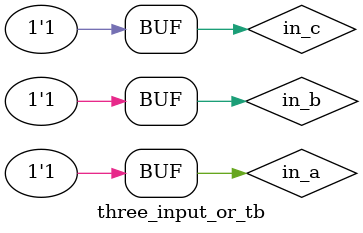
<source format=v>
`timescale 1ns/1ns
module three_input_nander
(
    input in_a, 
    input in_b, 
    input in_c, 
    output answer
);
    nand(answer, in_a, in_b, in_c);

endmodule

module three_input_or 
( 
    input in_a,
    input in_b,
    input in_c,
    output answer
);
    three_input_nander n1(.in_a(in_a), .in_b(in_a), .in_c(in_a), .answer(x));
    three_input_nander n2(.in_a(in_b), .in_b(in_b), .in_c(in_b), .answer(y));
    three_input_nander n3(.in_a(in_c), .in_b(in_c), .in_c(in_c), .answer(z));
    three_input_nander n4(.in_a(x), .in_b(y), .in_c(z), .answer(answer));

endmodule

module three_input_or_tb;
    reg in_a;
    reg in_b;
    reg in_c;
    wire x, y, z, answer;

    three_input_or O(.in_a(in_a), .in_b(in_b), .in_c(in_c), .answer(answer));

    initial
    begin
        $dumpfile("3inputor.vcd");
        $dumpvars(0, three_input_or_tb);
    end

    initial
    begin
        in_a = 1'b0;
        in_b = 1'b0;
        in_c = 1'b0;
        #20;
    
        in_a = 1'b0;
        in_b = 1'b0;
        in_c = 1'b1;
        #20;

        in_a = 1'b0;
        in_b = 1'b1;
        in_c = 1'b0;
        #20;

        in_a = 1'b0;
        in_b = 1'b1;
        in_c = 1'b1;
        #20;

        in_a = 1'b1;
        in_b = 1'b0;
        in_c = 1'b0;
        #20;

        in_a = 1'b1;
        in_b = 1'b0;
        in_c = 1'b1;
        #20;

        in_a = 1'b1;
        in_b = 1'b1;
        in_c = 1'b0;
        #20;

        in_a = 1'b1;
        in_b = 1'b1;
        in_c = 1'b1;
        #20;
    end

    initial
    begin
        $display("Three input OR:");
        $monitor("A = %d\tB = %d\tC = %d\tAorBorC = %d\t", in_a, in_b, in_c, answer);
    end

endmodule
</source>
